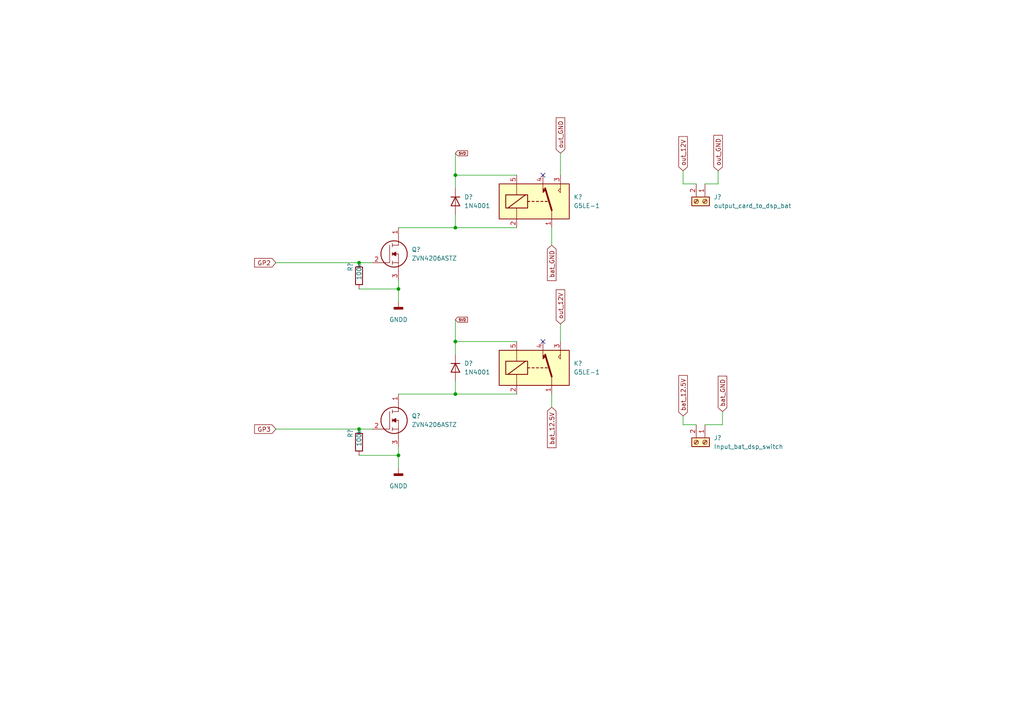
<source format=kicad_sch>
(kicad_sch (version 20211123) (generator eeschema)
  (paper "A4")
  (lib_symbols
    (symbol "Connector:Screw_Terminal_01x02" (pin_names (offset 1.016) hide)
      (property "Reference" "J" (at 0 2.54 0))
      (property "Value" "Screw_Terminal_01x02" (at 0 -5.08 0))
      (symbol "Screw_Terminal_01x02_1_1"
        (rectangle (start -1.27 1.27) (end 1.27 -3.81) (stroke (width 0.254)) (fill (type background)))
        (circle (center 0 -2.54) (radius 0.635) (stroke (width 0.1524)))
        (polyline (pts (xy -0.5334 -2.2098) (xy 0.3302 -3.048)) (stroke (width 0.1524)))
        (polyline (pts (xy -0.5334 0.3302) (xy 0.3302 -0.508)) (stroke (width 0.1524)))
        (polyline (pts (xy -0.3556 -2.032) (xy 0.508 -2.8702)) (stroke (width 0.1524)))
        (polyline (pts (xy -0.3556 0.508) (xy 0.508 -0.3302)) (stroke (width 0.1524)))
        (circle (center 0 0) (radius 0.635) (stroke (width 0.1524)))
        (pin passive line (at -5.08 0 0) (length 3.81) (name "Pin_1") (number "1"))
        (pin passive line (at -5.08 -2.54 0) (length 3.81) (name "Pin_2") (number "2"))
      )
    )
    (symbol "Device:R" (pin_numbers hide) (pin_names (offset 0))
      (property "Reference" "R" (at 2.032 0 90))
      (property "Value" "R" (at 0 0 90))
      (symbol "R_0_1"
        (rectangle (start -1.016 -2.54) (end 1.016 2.54) (stroke (width 0.254)))
      )
      (symbol "R_1_1"
        (pin passive line (at 0 3.81 270) (length 1.27) (name "~") (number "1"))
        (pin passive line (at 0 -3.81 90) (length 1.27) (name "~") (number "2"))
      )
    )
    (symbol "Diode:1N4001" (pin_numbers hide) (pin_names (offset 1.016) hide)
      (property "Reference" "D" (at 0 2.54 0))
      (property "Value" "1N4001" (at 0 -2.54 0))
      (symbol "1N4001_0_1"
        (polyline (pts (xy -1.27 1.27) (xy -1.27 -1.27)) (stroke (width 0.254)))
        (polyline (pts (xy 1.27 0) (xy -1.27 0)))
        (polyline (pts (xy 1.27 1.27) (xy 1.27 -1.27) (xy -1.27 0) (xy 1.27 1.27)) (stroke (width 0.254)))
      )
      (symbol "1N4001_1_1"
        (pin passive line (at -3.81 0 0) (length 2.54) (name "K") (number "1"))
        (pin passive line (at 3.81 0 180) (length 2.54) (name "A") (number "2"))
      )
    )
    (symbol "Relay:G5LE-1"
      (property "Reference" "K" (at 11.43 3.81 0))
      (property "Value" "G5LE-1" (at 11.43 1.27 0))
      (symbol "G5LE-1_0_0"
        (polyline (pts (xy 7.62 5.08) (xy 7.62 2.54) (xy 6.985 3.175) (xy 7.62 3.81)))
      )
      (symbol "G5LE-1_0_1"
        (rectangle (start -10.16 5.08) (end 10.16 -5.08) (stroke (width 0.254)) (fill (type background)))
        (rectangle (start -8.255 1.905) (end -1.905 -1.905) (stroke (width 0.254)))
        (polyline (pts (xy -7.62 -1.905) (xy -2.54 1.905)) (stroke (width 0.254)))
        (polyline (pts (xy -5.08 -5.08) (xy -5.08 -1.905)))
        (polyline (pts (xy -5.08 5.08) (xy -5.08 1.905)))
        (polyline (pts (xy -1.905 0) (xy -1.27 0)) (stroke (width 0.254)))
        (polyline (pts (xy -0.635 0) (xy 0 0)) (stroke (width 0.254)))
        (polyline (pts (xy 0.635 0) (xy 1.27 0)) (stroke (width 0.254)))
        (polyline (pts (xy 1.905 0) (xy 2.54 0)) (stroke (width 0.254)))
        (polyline (pts (xy 3.175 0) (xy 3.81 0)) (stroke (width 0.254)))
        (polyline (pts (xy 5.08 -2.54) (xy 3.175 3.81)) (stroke (width 0.508)))
        (polyline (pts (xy 5.08 -2.54) (xy 5.08 -5.08)))
        (polyline (pts (xy 2.54 5.08) (xy 2.54 2.54) (xy 3.175 3.175) (xy 2.54 3.81)) (fill (type outline)))
      )
      (symbol "G5LE-1_1_1"
        (pin passive line (at 5.08 -7.62 90) (length 2.54) (name "~") (number "1"))
        (pin passive line (at -5.08 -7.62 90) (length 2.54) (name "~") (number "2"))
        (pin passive line (at 7.62 7.62 270) (length 2.54) (name "~") (number "3"))
        (pin passive line (at 2.54 7.62 270) (length 2.54) (name "~") (number "4"))
        (pin passive line (at -5.08 7.62 270) (length 2.54) (name "~") (number "5"))
      )
    )
    (symbol "ZVN4206A:ZVN4206ASTZ" (pin_names (offset 0.762))
      (property "Reference" "Q" (at 11.43 3.81 0))
      (property "Value" "ZVN4206ASTZ" (at 11.43 1.27 0))
      (symbol "ZVN4206ASTZ_0_0"
        (pin passive line (at 7.62 10.16 270) (length 2.54) (name "~") (number "1"))
        (pin passive line (at 0 0 0) (length 2.54) (name "~") (number "2"))
        (pin passive line (at 7.62 -5.08 90) (length 2.54) (name "~") (number "3"))
      )
      (symbol "ZVN4206ASTZ_0_1"
        (polyline (pts (xy 5.842 -0.508) (xy 5.842 0.508)) (stroke (width 0.1524)))
        (polyline (pts (xy 5.842 0) (xy 7.62 0)) (stroke (width 0.1524)))
        (polyline (pts (xy 5.842 2.032) (xy 5.842 3.048)) (stroke (width 0.1524)))
        (polyline (pts (xy 5.842 5.588) (xy 5.842 4.572)) (stroke (width 0.1524)))
        (polyline (pts (xy 7.62 2.54) (xy 5.842 2.54)) (stroke (width 0.1524)))
        (polyline (pts (xy 7.62 2.54) (xy 7.62 -2.54)) (stroke (width 0.1524)))
        (polyline (pts (xy 7.62 5.08) (xy 5.842 5.08)) (stroke (width 0.1524)))
        (polyline (pts (xy 7.62 5.08) (xy 7.62 7.62)) (stroke (width 0.1524)))
        (polyline (pts (xy 2.54 0) (xy 5.08 0) (xy 5.08 5.08)) (stroke (width 0.1524)))
        (polyline (pts (xy 5.842 2.54) (xy 6.858 3.048) (xy 6.858 2.032) (xy 5.842 2.54)) (stroke (width 0.254)) (fill (type outline)))
        (circle (center 6.35 2.54) (radius 3.81) (stroke (width 0.254)))
      )
    )
    (symbol "power:GNDD" (power) (pin_names (offset 0))
      (property "Value" "GNDD" (at 0 -3.175 0))
      (symbol "GNDD_0_1"
        (rectangle (start -1.27 -1.524) (end 1.27 -2.032) (stroke (width 0.254)) (fill (type outline)))
        (polyline (pts (xy 0 0) (xy 0 -1.524)))
      )
      (symbol "GNDD_1_1"
        (pin power_in line (at 0 0 270) (length 0) hide (name "GNDD") (number "1"))
      )
    )
  )
  (junction (at 115.57 132.08))
  (junction (at 104.14 124.46))
  (junction (at 115.57 83.82))
  (junction (at 132.08 99.06))
  (junction (at 132.08 50.8))
  (junction (at 132.08 114.3))
  (junction (at 132.08 66.04))
  (junction (at 104.14 76.2))
  (no_connect (at 157.48 99.06))
  (no_connect (at 157.48 50.8))
  (wire (pts (xy 115.57 114.3) (xy 132.08 114.3)))
  (wire (pts (xy 104.14 76.2) (xy 107.95 76.2)))
  (wire (pts (xy 160.02 66.04) (xy 160.02 71.12)))
  (wire (pts (xy 115.57 129.54) (xy 115.57 132.08)))
  (wire (pts (xy 104.14 124.46) (xy 107.95 124.46)))
  (wire (pts (xy 115.57 81.28) (xy 115.57 83.82)))
  (wire (pts (xy 80.01 76.2) (xy 104.14 76.2)))
  (wire (pts (xy 208.28 53.34) (xy 208.28 49.53)))
  (wire (pts (xy 115.57 66.04) (xy 132.08 66.04)))
  (wire (pts (xy 115.57 83.82) (xy 104.14 83.82)))
  (wire (pts (xy 160.02 114.3) (xy 160.02 118.11)))
  (wire (pts (xy 201.93 53.34) (xy 198.12 53.34)))
  (wire (pts (xy 209.55 119.38) (xy 209.55 123.19)))
  (wire (pts (xy 204.47 53.34) (xy 208.28 53.34)))
  (wire (pts (xy 132.08 50.8) (xy 132.08 54.61)))
  (wire (pts (xy 115.57 83.82) (xy 115.57 87.63)))
  (wire (pts (xy 132.08 92.71) (xy 132.08 99.06)))
  (wire (pts (xy 115.57 132.08) (xy 104.14 132.08)))
  (wire (pts (xy 209.55 123.19) (xy 204.47 123.19)))
  (wire (pts (xy 132.08 110.49) (xy 132.08 114.3)))
  (wire (pts (xy 132.08 44.45) (xy 132.08 50.8)))
  (wire (pts (xy 115.57 132.08) (xy 115.57 135.89)))
  (wire (pts (xy 132.08 99.06) (xy 132.08 102.87)))
  (wire (pts (xy 80.01 124.46) (xy 104.14 124.46)))
  (wire (pts (xy 132.08 62.23) (xy 132.08 66.04)))
  (wire (pts (xy 149.86 50.8) (xy 132.08 50.8)))
  (wire (pts (xy 198.12 123.19) (xy 198.12 120.65)))
  (wire (pts (xy 201.93 123.19) (xy 198.12 123.19)))
  (wire (pts (xy 132.08 66.04) (xy 149.86 66.04)))
  (wire (pts (xy 198.12 53.34) (xy 198.12 49.53)))
  (wire (pts (xy 149.86 99.06) (xy 132.08 99.06)))
  (wire (pts (xy 162.56 44.45) (xy 162.56 50.8)))
  (wire (pts (xy 132.08 114.3) (xy 149.86 114.3)))
  (wire (pts (xy 162.56 93.98) (xy 162.56 99.06)))
  (global_label "5VD" (shape input) (at 132.08 44.45 0) (effects (font (size 0.75 0.75))) (property "Intersheet References" "${INTERSHEET_REFS}" (effects hide)))
  (global_label "GP2" (shape input) (at 80.01 76.2 180) (property "Intersheet References" "${INTERSHEET_REFS}" (effects hide)))
  (global_label "bat_12.5V" (shape input) (at 198.12 120.65 90) (property "Intersheet References" "${INTERSHEET_REFS}" (effects hide)))
  (global_label "GP3" (shape input) (at 80.01 124.46 180) (property "Intersheet References" "${INTERSHEET_REFS}" (effects hide)))
  (global_label "bat_GND" (shape input) (at 209.55 119.38 90) (property "Intersheet References" "${INTERSHEET_REFS}" (effects hide)))
  (global_label "out_GND" (shape input) (at 162.56 44.45 90) (property "Intersheet References" "${INTERSHEET_REFS}" (effects hide)))
  (global_label "bat_GND" (shape input) (at 160.02 71.12 270) (property "Intersheet References" "${INTERSHEET_REFS}" (effects hide)))
  (global_label "out_12V" (shape input) (at 198.12 49.53 90) (property "Intersheet References" "${INTERSHEET_REFS}" (effects hide)))
  (global_label "out_12V" (shape input) (at 162.56 93.98 90) (property "Intersheet References" "${INTERSHEET_REFS}" (effects hide)))
  (global_label "bat_12.5V" (shape input) (at 160.02 118.11 270) (property "Intersheet References" "${INTERSHEET_REFS}" (effects hide)))
  (global_label "out_GND" (shape input) (at 208.28 49.53 90) (property "Intersheet References" "${INTERSHEET_REFS}" (effects hide)))
  (global_label "5VD" (shape input) (at 132.08 92.71 0) (effects (font (size 0.75 0.75))) (property "Intersheet References" "${INTERSHEET_REFS}" (effects hide)))
  (symbol (lib_id "Diode:1N4001") (at 132.08 106.68 270) (unit 1)
    (property "Reference" "D?" (at 134.62 105.4099 90) (effects (justify left)))
    (property "Value" "1N4001" (at 134.62 107.9499 90) (effects (justify left)))
    (property "Footprint" "Diode_THT:D_DO-41_SOD81_P10.16mm_Horizontal" (effects hide))
    (property "Datasheet" "http://www.vishay.com/docs/88503/1n4001.pdf" (effects hide))
  )
  (symbol (lib_id "ZVN4206A:ZVN4206ASTZ") (at 107.95 76.2 0) (unit 1)
    (property "Reference" "Q?" (at 119.38 72.3899 0) (effects (justify left)))
    (property "Value" "ZVN4206ASTZ" (at 119.38 74.9299 0) (effects (justify left)))
    (property "Footprint" "Package_TO_SOT_THT:TO-92L_Inline" (effects hide))
    (property "Datasheet" "https://www.diodes.com/assets/Datasheets/ZVN4206A.pdf" (effects hide))
    (property "Description" "N-Channel 60 V 600mA (Ta) 700mW (Ta) Through Hole E-Line (TO-92 compatible)" (effects hide))
    (property "Height" "4.01" (effects hide))
    (property "Manufacturer_Name" "Diodes Inc." (effects hide))
    (property "Manufacturer_Part_Number" "ZVN4206ASTZ" (effects hide))
    (property "Mouser Part Number" "522-ZVN4206ASTZ" (effects hide))
    (property "Mouser Price/Stock" "https://www.mouser.co.uk/ProductDetail/Diodes-Incorporated/ZVN4206ASTZ?qs=OlC7AqGiEDlGIiNe7stL%252BQ%3D%3D" (effects hide))
    (property "Arrow Part Number" "ZVN4206ASTZ" (effects hide))
    (property "Arrow Price/Stock" "https://www.arrow.com/en/products/zvn4206astz/diodes-incorporated?region=nac" (effects hide))
  )
  (symbol (lib_id "power:GNDD") (at 115.57 135.89 0) (unit 1)
    (property "Reference" "#PWR?" (effects hide))
    (property "Value" "GNDD" (at 115.57 140.97 0))
  )
  (symbol (lib_id "Connector:Screw_Terminal_01x02") (at 204.47 128.27 270) (unit 1)
    (property "Reference" "J?" (at 207.01 126.9999 90) (effects (justify left)))
    (property "Value" "Input_bat_dsp_switch" (at 207.01 129.5399 90) (effects (justify left)))
    (property "Footprint" "TerminalBlock_Phoenix:TerminalBlock_Phoenix_MKDS-1,5-2-5.08_1x02_P5.08mm_Horizontal" (effects hide))
  )
  (symbol (lib_id "Diode:1N4001") (at 132.08 58.42 270) (unit 1)
    (property "Reference" "D?" (at 134.62 57.1499 90) (effects (justify left)))
    (property "Value" "1N4001" (at 134.62 59.6899 90) (effects (justify left)))
    (property "Footprint" "Diode_THT:D_DO-41_SOD81_P10.16mm_Horizontal" (effects hide))
    (property "Datasheet" "http://www.vishay.com/docs/88503/1n4001.pdf" (effects hide))
  )
  (symbol (lib_id "Relay:G5LE-1") (at 154.94 58.42 0) (unit 1)
    (property "Reference" "K?" (at 166.37 57.1499 0) (effects (justify left)))
    (property "Value" "G5LE-1" (at 166.37 59.6899 0) (effects (justify left)))
    (property "Footprint" "Relay_THT:Relay_SPDT_Omron-G5LE-1" (effects hide))
    (property "Datasheet" "http://www.omron.com/ecb/products/pdf/en-g5le.pdf" (effects hide))
  )
  (symbol (lib_id "Relay:G5LE-1") (at 154.94 106.68 0) (unit 1)
    (property "Reference" "K?" (at 166.37 105.4099 0) (effects (justify left)))
    (property "Value" "G5LE-1" (at 166.37 107.9499 0) (effects (justify left)))
    (property "Footprint" "Relay_THT:Relay_SPDT_Omron-G5LE-1" (effects hide))
    (property "Datasheet" "http://www.omron.com/ecb/products/pdf/en-g5le.pdf" (effects hide))
  )
  (symbol (lib_id "Device:R") (at 104.14 80.01 0) (unit 1)
    (property "Reference" "R?" (at 101.6 78.74 90) (effects (justify left)))
    (property "Value" "100k" (at 104.14 81.28 90) (effects (justify left)))
    (property "Footprint" "Resistor_THT:R_Axial_DIN0207_L6.3mm_D2.5mm_P7.62mm_Horizontal" (effects hide))
  )
  (symbol (lib_id "ZVN4206A:ZVN4206ASTZ") (at 107.95 124.46 0) (unit 1)
    (property "Reference" "Q?" (at 119.38 120.6499 0) (effects (justify left)))
    (property "Value" "ZVN4206ASTZ" (at 119.38 123.1899 0) (effects (justify left)))
    (property "Footprint" "Package_TO_SOT_THT:TO-92L_Inline" (effects hide))
    (property "Datasheet" "https://www.diodes.com/assets/Datasheets/ZVN4206A.pdf" (effects hide))
    (property "Description" "N-Channel 60 V 600mA (Ta) 700mW (Ta) Through Hole E-Line (TO-92 compatible)" (effects hide))
    (property "Height" "4.01" (effects hide))
    (property "Manufacturer_Name" "Diodes Inc." (effects hide))
    (property "Manufacturer_Part_Number" "ZVN4206ASTZ" (effects hide))
    (property "Mouser Part Number" "522-ZVN4206ASTZ" (effects hide))
    (property "Mouser Price/Stock" "https://www.mouser.co.uk/ProductDetail/Diodes-Incorporated/ZVN4206ASTZ?qs=OlC7AqGiEDlGIiNe7stL%252BQ%3D%3D" (effects hide))
    (property "Arrow Part Number" "ZVN4206ASTZ" (effects hide))
    (property "Arrow Price/Stock" "https://www.arrow.com/en/products/zvn4206astz/diodes-incorporated?region=nac" (effects hide))
  )
  (symbol (lib_id "Device:R") (at 104.14 128.27 0) (unit 1)
    (property "Reference" "R?" (at 101.6 127 90) (effects (justify left)))
    (property "Value" "100k" (at 104.14 129.54 90) (effects (justify left)))
    (property "Footprint" "Resistor_THT:R_Axial_DIN0207_L6.3mm_D2.5mm_P7.62mm_Horizontal" (effects hide))
  )
  (symbol (lib_id "power:GNDD") (at 115.57 87.63 0) (unit 1)
    (property "Reference" "#PWR?" (effects hide))
    (property "Value" "GNDD" (at 115.57 92.71 0))
  )
  (symbol (lib_id "Connector:Screw_Terminal_01x02") (at 204.47 58.42 270) (unit 1)
    (property "Reference" "J?" (at 207.01 57.1499 90) (effects (justify left)))
    (property "Value" "output_card_to_dsp_bat" (at 207.01 59.6899 90) (effects (justify left)))
    (property "Footprint" "TerminalBlock_Phoenix:TerminalBlock_Phoenix_MKDS-1,5-2-5.08_1x02_P5.08mm_Horizontal" (effects hide))
  )
)
</source>
